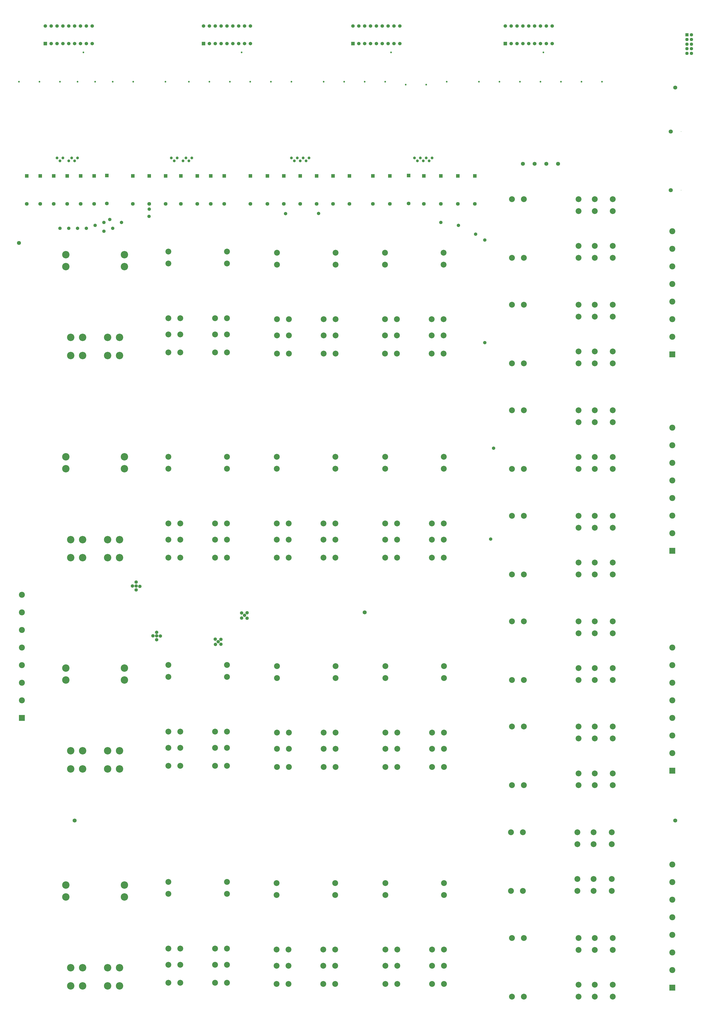
<source format=gbs>
G04*
G04 #@! TF.GenerationSoftware,Altium Limited,Altium Designer,22.7.1 (60)*
G04*
G04 Layer_Color=16711935*
%FSLAX44Y44*%
%MOMM*%
G71*
G04*
G04 #@! TF.SameCoordinates,CA18EF67-D3C3-4F87-89B0-68471F1DA954*
G04*
G04*
G04 #@! TF.FilePolarity,Negative*
G04*
G01*
G75*
%ADD29C,1.7272*%
%ADD30C,2.5400*%
%ADD31C,1.4422*%
%ADD32R,1.4422X1.4422*%
%ADD33C,3.2122*%
%ADD34C,2.6032*%
%ADD35R,2.6032X2.6032*%
%ADD36C,1.6256*%
%ADD37R,1.6256X1.6256*%
%ADD38R,1.4986X1.4986*%
%ADD39C,1.4986*%
%ADD40C,0.2032*%
%ADD41C,1.8032*%
%ADD42C,1.4732*%
%ADD43C,1.2192*%
%ADD44C,0.7620*%
D29*
X1651000Y1803400D02*
D03*
X393700Y901700D02*
D03*
X2997200D02*
D03*
X152400Y3403600D02*
D03*
X2997200Y4076700D02*
D03*
X2489200Y3746500D02*
D03*
X2438400D02*
D03*
X2336800D02*
D03*
X2387600D02*
D03*
D30*
X800100Y1575562D02*
D03*
Y1524000D02*
D03*
X1054100D02*
D03*
Y1575562D02*
D03*
Y1138809D02*
D03*
X1002538D02*
D03*
X800100D02*
D03*
X851662D02*
D03*
X800100Y1217295D02*
D03*
X851662D02*
D03*
X1002538D02*
D03*
X1054100D02*
D03*
X800100Y1287399D02*
D03*
X851662D02*
D03*
X1002538D02*
D03*
X1054100D02*
D03*
X800100Y635762D02*
D03*
Y584200D02*
D03*
X1054100D02*
D03*
Y635762D02*
D03*
Y199009D02*
D03*
X1002538D02*
D03*
X800100D02*
D03*
X851662D02*
D03*
X800100Y277495D02*
D03*
X851662D02*
D03*
X1002538D02*
D03*
X1054100D02*
D03*
X800100Y347599D02*
D03*
X851662D02*
D03*
X1002538D02*
D03*
X1054100D02*
D03*
X2578100Y1764538D02*
D03*
Y1712976D02*
D03*
Y1562100D02*
D03*
Y1510538D02*
D03*
X2648204Y1764538D02*
D03*
Y1712976D02*
D03*
Y1562100D02*
D03*
Y1510538D02*
D03*
X2726690Y1562100D02*
D03*
Y1510538D02*
D03*
Y1712976D02*
D03*
Y1764538D02*
D03*
X2289937D02*
D03*
X2341499D02*
D03*
Y1510538D02*
D03*
X2289937D02*
D03*
X1994662Y1282700D02*
D03*
X1943100D02*
D03*
X1792224D02*
D03*
X1740662D02*
D03*
X1994662Y1212596D02*
D03*
X1943100D02*
D03*
X1792224D02*
D03*
X1740662D02*
D03*
X1792224Y1134110D02*
D03*
X1740662D02*
D03*
X1943100D02*
D03*
X1994662D02*
D03*
Y1570863D02*
D03*
Y1519301D02*
D03*
X1740662D02*
D03*
Y1570863D02*
D03*
X1524762Y1282700D02*
D03*
X1473200D02*
D03*
X1322324D02*
D03*
X1270762D02*
D03*
X1524762Y1212596D02*
D03*
X1473200D02*
D03*
X1322324D02*
D03*
X1270762D02*
D03*
X1322324Y1134110D02*
D03*
X1270762D02*
D03*
X1473200D02*
D03*
X1524762D02*
D03*
Y1570863D02*
D03*
Y1519301D02*
D03*
X1270762D02*
D03*
Y1570863D02*
D03*
X2573401Y850900D02*
D03*
Y799338D02*
D03*
Y648462D02*
D03*
Y596900D02*
D03*
X2643505Y850900D02*
D03*
Y799338D02*
D03*
Y648462D02*
D03*
Y596900D02*
D03*
X2721991Y648462D02*
D03*
Y596900D02*
D03*
Y799338D02*
D03*
Y850900D02*
D03*
X2285238D02*
D03*
X2336800D02*
D03*
Y596900D02*
D03*
X2285238D02*
D03*
X2578100Y3593338D02*
D03*
Y3541776D02*
D03*
Y3390900D02*
D03*
Y3339338D02*
D03*
X2648204Y3593338D02*
D03*
Y3541776D02*
D03*
Y3390900D02*
D03*
Y3339338D02*
D03*
X2726690Y3390900D02*
D03*
Y3339338D02*
D03*
Y3541776D02*
D03*
Y3593338D02*
D03*
X2289937D02*
D03*
X2341499D02*
D03*
Y3339338D02*
D03*
X2289937D02*
D03*
X2578100Y2678938D02*
D03*
Y2627376D02*
D03*
Y2476500D02*
D03*
Y2424938D02*
D03*
X2648204Y2678938D02*
D03*
Y2627376D02*
D03*
Y2476500D02*
D03*
Y2424938D02*
D03*
X2726690Y2476500D02*
D03*
Y2424938D02*
D03*
Y2627376D02*
D03*
Y2678938D02*
D03*
X2289937D02*
D03*
X2341499D02*
D03*
Y2424938D02*
D03*
X2289937D02*
D03*
X2578100Y392938D02*
D03*
Y341376D02*
D03*
Y190500D02*
D03*
Y138938D02*
D03*
X2648204Y392938D02*
D03*
Y341376D02*
D03*
Y190500D02*
D03*
Y138938D02*
D03*
X2726690Y190500D02*
D03*
Y138938D02*
D03*
Y341376D02*
D03*
Y392938D02*
D03*
X2289937D02*
D03*
X2341499D02*
D03*
Y138938D02*
D03*
X2289937D02*
D03*
X2578100Y2221738D02*
D03*
Y2170176D02*
D03*
Y2019300D02*
D03*
Y1967738D02*
D03*
X2648204Y2221738D02*
D03*
Y2170176D02*
D03*
Y2019300D02*
D03*
Y1967738D02*
D03*
X2726690Y2019300D02*
D03*
Y1967738D02*
D03*
Y2170176D02*
D03*
Y2221738D02*
D03*
X2289937D02*
D03*
X2341499D02*
D03*
Y1967738D02*
D03*
X2289937D02*
D03*
X2578100Y1308862D02*
D03*
Y1257300D02*
D03*
Y1106424D02*
D03*
Y1054862D02*
D03*
X2648204Y1308862D02*
D03*
Y1257300D02*
D03*
Y1106424D02*
D03*
Y1054862D02*
D03*
X2726690Y1106424D02*
D03*
Y1054862D02*
D03*
Y1257300D02*
D03*
Y1308862D02*
D03*
X2289937D02*
D03*
X2341499D02*
D03*
Y1054862D02*
D03*
X2289937D02*
D03*
X2578100Y3136138D02*
D03*
Y3084576D02*
D03*
Y2933700D02*
D03*
Y2882138D02*
D03*
X2648204Y3136138D02*
D03*
Y3084576D02*
D03*
Y2933700D02*
D03*
Y2882138D02*
D03*
X2726690Y2933700D02*
D03*
Y2882138D02*
D03*
Y3084576D02*
D03*
Y3136138D02*
D03*
X2289937D02*
D03*
X2341499D02*
D03*
Y2882138D02*
D03*
X2289937D02*
D03*
X1994662Y342900D02*
D03*
X1943100D02*
D03*
X1792224D02*
D03*
X1740662D02*
D03*
X1994662Y272796D02*
D03*
X1943100D02*
D03*
X1792224D02*
D03*
X1740662D02*
D03*
X1792224Y194310D02*
D03*
X1740662D02*
D03*
X1943100D02*
D03*
X1994662D02*
D03*
Y631063D02*
D03*
Y579501D02*
D03*
X1740662D02*
D03*
Y631063D02*
D03*
X1993138Y3073400D02*
D03*
X1941576D02*
D03*
X1790700D02*
D03*
X1739138D02*
D03*
X1993138Y3003296D02*
D03*
X1941576D02*
D03*
X1790700D02*
D03*
X1739138D02*
D03*
X1790700Y2924810D02*
D03*
X1739138D02*
D03*
X1941576D02*
D03*
X1993138D02*
D03*
Y3361563D02*
D03*
Y3310001D02*
D03*
X1739138D02*
D03*
Y3361563D02*
D03*
X1993900Y2189099D02*
D03*
X1942338D02*
D03*
X1791462D02*
D03*
X1739900D02*
D03*
X1993900Y2118995D02*
D03*
X1942338D02*
D03*
X1791462D02*
D03*
X1739900D02*
D03*
X1791462Y2040509D02*
D03*
X1739900D02*
D03*
X1942338D02*
D03*
X1993900D02*
D03*
Y2477262D02*
D03*
Y2425700D02*
D03*
X1739900D02*
D03*
Y2477262D02*
D03*
X1524762Y3073400D02*
D03*
X1473200D02*
D03*
X1322324D02*
D03*
X1270762D02*
D03*
X1524762Y3003296D02*
D03*
X1473200D02*
D03*
X1322324D02*
D03*
X1270762D02*
D03*
X1322324Y2924810D02*
D03*
X1270762D02*
D03*
X1473200D02*
D03*
X1524762D02*
D03*
Y3361563D02*
D03*
Y3310001D02*
D03*
X1270762D02*
D03*
Y3361563D02*
D03*
X1523238Y342900D02*
D03*
X1471676D02*
D03*
X1320800D02*
D03*
X1269238D02*
D03*
X1523238Y272796D02*
D03*
X1471676D02*
D03*
X1320800D02*
D03*
X1269238D02*
D03*
X1320800Y194310D02*
D03*
X1269238D02*
D03*
X1471676D02*
D03*
X1523238D02*
D03*
Y631063D02*
D03*
Y579501D02*
D03*
X1269238D02*
D03*
Y631063D02*
D03*
X1524000Y2189099D02*
D03*
X1472438D02*
D03*
X1321562D02*
D03*
X1270000D02*
D03*
X1524000Y2118995D02*
D03*
X1472438D02*
D03*
X1321562D02*
D03*
X1270000D02*
D03*
X1321562Y2040509D02*
D03*
X1270000D02*
D03*
X1472438D02*
D03*
X1524000D02*
D03*
Y2477262D02*
D03*
Y2425700D02*
D03*
X1270000D02*
D03*
Y2477262D02*
D03*
X1054100Y2189099D02*
D03*
X1002538D02*
D03*
X851662D02*
D03*
X800100D02*
D03*
X1054100Y2118995D02*
D03*
X1002538D02*
D03*
X851662D02*
D03*
X800100D02*
D03*
X851662Y2040509D02*
D03*
X800100D02*
D03*
X1002538D02*
D03*
X1054100D02*
D03*
Y2477262D02*
D03*
Y2425700D02*
D03*
X800100D02*
D03*
Y2477262D02*
D03*
X1054100Y3078099D02*
D03*
X1002538D02*
D03*
X851662D02*
D03*
X800100D02*
D03*
X1054100Y3007995D02*
D03*
X1002538D02*
D03*
X851662D02*
D03*
X800100D02*
D03*
X851662Y2929509D02*
D03*
X800100D02*
D03*
X1002538D02*
D03*
X1054100D02*
D03*
Y3366262D02*
D03*
Y3314700D02*
D03*
X800100D02*
D03*
Y3366262D02*
D03*
D31*
X3068000Y4225300D02*
D03*
X3048000D02*
D03*
X3068000Y4245300D02*
D03*
X3048000D02*
D03*
X3068000Y4265300D02*
D03*
X3048000D02*
D03*
X3068000Y4285300D02*
D03*
X3048000D02*
D03*
X3068000Y4305300D02*
D03*
D32*
X3048000D02*
D03*
D33*
X376800Y2040500D02*
D03*
X428400D02*
D03*
Y2119000D02*
D03*
X376800D02*
D03*
X588400Y2040500D02*
D03*
X536800D02*
D03*
Y2119000D02*
D03*
X588400D02*
D03*
X355600Y2425700D02*
D03*
Y2477300D02*
D03*
X609600D02*
D03*
Y2425700D02*
D03*
X376800Y2916500D02*
D03*
X428400D02*
D03*
Y2995000D02*
D03*
X376800D02*
D03*
X588400Y2916500D02*
D03*
X536800D02*
D03*
Y2995000D02*
D03*
X588400D02*
D03*
X355600Y3301700D02*
D03*
Y3353300D02*
D03*
X609600D02*
D03*
Y3301700D02*
D03*
Y1511000D02*
D03*
Y1562600D02*
D03*
X355600D02*
D03*
Y1511000D02*
D03*
X588400Y1204300D02*
D03*
X536800D02*
D03*
Y1125800D02*
D03*
X588400D02*
D03*
X376800Y1204300D02*
D03*
X428400D02*
D03*
Y1125800D02*
D03*
X376800D02*
D03*
X609600Y571200D02*
D03*
Y622800D02*
D03*
X355600D02*
D03*
Y571200D02*
D03*
X588400Y264500D02*
D03*
X536800D02*
D03*
Y186000D02*
D03*
X588400D02*
D03*
X376800Y264500D02*
D03*
X428400D02*
D03*
Y186000D02*
D03*
X376800D02*
D03*
D34*
X165100Y1879600D02*
D03*
Y1803400D02*
D03*
Y1727200D02*
D03*
Y1651000D02*
D03*
Y1574800D02*
D03*
Y1498600D02*
D03*
Y1422400D02*
D03*
X2984500Y2146300D02*
D03*
Y2222500D02*
D03*
Y2298700D02*
D03*
Y2374900D02*
D03*
Y2451100D02*
D03*
Y2527300D02*
D03*
Y2603500D02*
D03*
Y2997200D02*
D03*
Y3073400D02*
D03*
Y3149600D02*
D03*
Y3225800D02*
D03*
Y3302000D02*
D03*
Y3378200D02*
D03*
Y3454400D02*
D03*
Y254000D02*
D03*
Y330200D02*
D03*
Y406400D02*
D03*
Y482600D02*
D03*
Y558800D02*
D03*
Y635000D02*
D03*
Y711200D02*
D03*
Y1193800D02*
D03*
Y1270000D02*
D03*
Y1346200D02*
D03*
Y1422400D02*
D03*
Y1498600D02*
D03*
Y1574800D02*
D03*
Y1651000D02*
D03*
D35*
X165100Y1346200D02*
D03*
X2984500Y2070100D02*
D03*
Y2921000D02*
D03*
Y177800D02*
D03*
Y1117600D02*
D03*
D36*
X1155700Y3573272D02*
D03*
X1841500Y3574542D02*
D03*
X2054860Y3573272D02*
D03*
X2128520D02*
D03*
X1760220D02*
D03*
X1981200D02*
D03*
X1686560D02*
D03*
X1907540D02*
D03*
X533400Y3574542D02*
D03*
X478790Y3573272D02*
D03*
X420370D02*
D03*
X361950D02*
D03*
X646430D02*
D03*
X717550D02*
D03*
X788670D02*
D03*
X854710D02*
D03*
X925830D02*
D03*
X984250D02*
D03*
X1042670D02*
D03*
X186690D02*
D03*
X245110D02*
D03*
X303530D02*
D03*
X1229360D02*
D03*
X1300480D02*
D03*
X1371600D02*
D03*
X1442720D02*
D03*
X1513840D02*
D03*
X1584960D02*
D03*
D37*
X1841500Y3695700D02*
D03*
X2054860Y3694430D02*
D03*
X2128520D02*
D03*
X1760220D02*
D03*
X1981200D02*
D03*
X1686560D02*
D03*
X1907540D02*
D03*
X533400Y3695700D02*
D03*
X478790Y3694430D02*
D03*
X420370D02*
D03*
X361950D02*
D03*
X646430D02*
D03*
X717550D02*
D03*
X788670D02*
D03*
X854710D02*
D03*
X925830D02*
D03*
X984250D02*
D03*
X1042670D02*
D03*
X186690D02*
D03*
X245110D02*
D03*
X303530D02*
D03*
X1155700D02*
D03*
X1229360D02*
D03*
X1300480D02*
D03*
X1371600D02*
D03*
X1442720D02*
D03*
X1513840D02*
D03*
X1584960D02*
D03*
D38*
X266700Y4267200D02*
D03*
X952500D02*
D03*
X1600200D02*
D03*
X2260600D02*
D03*
D39*
X292100D02*
D03*
X317500D02*
D03*
X342900D02*
D03*
X368300D02*
D03*
X393700D02*
D03*
X419100D02*
D03*
X444500D02*
D03*
X469900D02*
D03*
Y4343400D02*
D03*
X444500D02*
D03*
X419100D02*
D03*
X393700D02*
D03*
X368300D02*
D03*
X342900D02*
D03*
X317500D02*
D03*
X292100D02*
D03*
X266700D02*
D03*
X977900Y4267200D02*
D03*
X1003300D02*
D03*
X1028700D02*
D03*
X1054100D02*
D03*
X1079500D02*
D03*
X1104900D02*
D03*
X1130300D02*
D03*
X1155700D02*
D03*
Y4343400D02*
D03*
X1130300D02*
D03*
X1104900D02*
D03*
X1079500D02*
D03*
X1054100D02*
D03*
X1028700D02*
D03*
X1003300D02*
D03*
X977900D02*
D03*
X952500D02*
D03*
X1625600Y4267200D02*
D03*
X1651000D02*
D03*
X1676400D02*
D03*
X1701800D02*
D03*
X1727200D02*
D03*
X1752600D02*
D03*
X1778000D02*
D03*
X1803400D02*
D03*
Y4343400D02*
D03*
X1778000D02*
D03*
X1752600D02*
D03*
X1727200D02*
D03*
X1701800D02*
D03*
X1676400D02*
D03*
X1651000D02*
D03*
X1625600D02*
D03*
X1600200D02*
D03*
X2286000Y4267200D02*
D03*
X2311400D02*
D03*
X2336800D02*
D03*
X2362200D02*
D03*
X2387600D02*
D03*
X2413000D02*
D03*
X2438400D02*
D03*
X2463800D02*
D03*
Y4343400D02*
D03*
X2438400D02*
D03*
X2413000D02*
D03*
X2387600D02*
D03*
X2362200D02*
D03*
X2336800D02*
D03*
X2311400D02*
D03*
X2286000D02*
D03*
X2260600D02*
D03*
D40*
X3022600Y3632200D02*
D03*
Y3886200D02*
D03*
D41*
X2977600Y3632200D02*
D03*
Y3886200D02*
D03*
D42*
X733180Y1702085D02*
D03*
X749226Y1685309D02*
D03*
X765758Y1700991D02*
D03*
X749226Y1717523D02*
D03*
X749300Y1701800D02*
D03*
X2197100Y2120900D02*
D03*
X644240Y1917919D02*
D03*
X660458Y1901405D02*
D03*
X676676Y1916444D02*
D03*
X660753Y1934727D02*
D03*
X660400Y1917700D02*
D03*
X2171700Y3416300D02*
D03*
X2209800Y2514600D02*
D03*
X716619Y3518852D02*
D03*
X717384Y3550588D02*
D03*
X1308100Y3530600D02*
D03*
X1451355Y3531870D02*
D03*
X596900Y3492500D02*
D03*
X482600Y3479800D02*
D03*
X558800Y3467100D02*
D03*
X520700Y3454400D02*
D03*
Y3492500D02*
D03*
X546100Y3505200D02*
D03*
X2132330Y3441700D02*
D03*
X2171700Y2971800D02*
D03*
X1028229Y1687123D02*
D03*
X1003266Y1687338D02*
D03*
X1004557Y1664958D02*
D03*
X1028229Y1665604D02*
D03*
X1118180Y1801175D02*
D03*
Y1778795D02*
D03*
X1141637Y1778365D02*
D03*
X1141852Y1801821D02*
D03*
X1016000Y1676400D02*
D03*
X1130300Y1790700D02*
D03*
X368300Y3467100D02*
D03*
X330200D02*
D03*
X444500D02*
D03*
X406400D02*
D03*
X1981200Y3492500D02*
D03*
X2057400Y3479800D02*
D03*
D43*
X1930400Y3759200D02*
D03*
X1943100Y3771900D02*
D03*
X1917700D02*
D03*
X838200D02*
D03*
X1358900D02*
D03*
X1346200Y3759200D02*
D03*
X825500D02*
D03*
X812800Y3771900D02*
D03*
X863600Y3759200D02*
D03*
X876300Y3771900D02*
D03*
X889000Y3759200D02*
D03*
X901700Y3771900D02*
D03*
X330200Y3759200D02*
D03*
X393700D02*
D03*
X406400Y3771900D02*
D03*
X368300Y3759200D02*
D03*
X342900Y3771900D02*
D03*
X381000D02*
D03*
X317500D02*
D03*
X1384300D02*
D03*
X1409700D02*
D03*
X1397000Y3759200D02*
D03*
X1371600D02*
D03*
X1333500Y3771900D02*
D03*
X1905000Y3759200D02*
D03*
X1892300Y3771900D02*
D03*
X1866900D02*
D03*
X1879600Y3759200D02*
D03*
D44*
X2425700Y4229100D02*
D03*
X431800D02*
D03*
X1117600D02*
D03*
X1765300D02*
D03*
X2679700Y4102100D02*
D03*
X2590800D02*
D03*
X2501900D02*
D03*
X2413000D02*
D03*
X2324100D02*
D03*
X2235200D02*
D03*
X2146300D02*
D03*
X2006600D02*
D03*
X1917700Y4089400D02*
D03*
X1828800D02*
D03*
X1739900Y4102100D02*
D03*
X1651000D02*
D03*
X1562100D02*
D03*
X1473200D02*
D03*
X1333500D02*
D03*
X1244600D02*
D03*
X1155056Y4102660D02*
D03*
X1066800Y4102100D02*
D03*
X977900D02*
D03*
X889000D02*
D03*
X787400D02*
D03*
X647700D02*
D03*
X558800D02*
D03*
X482600D02*
D03*
X406400D02*
D03*
X330200D02*
D03*
X241300D02*
D03*
X152400D02*
D03*
M02*

</source>
